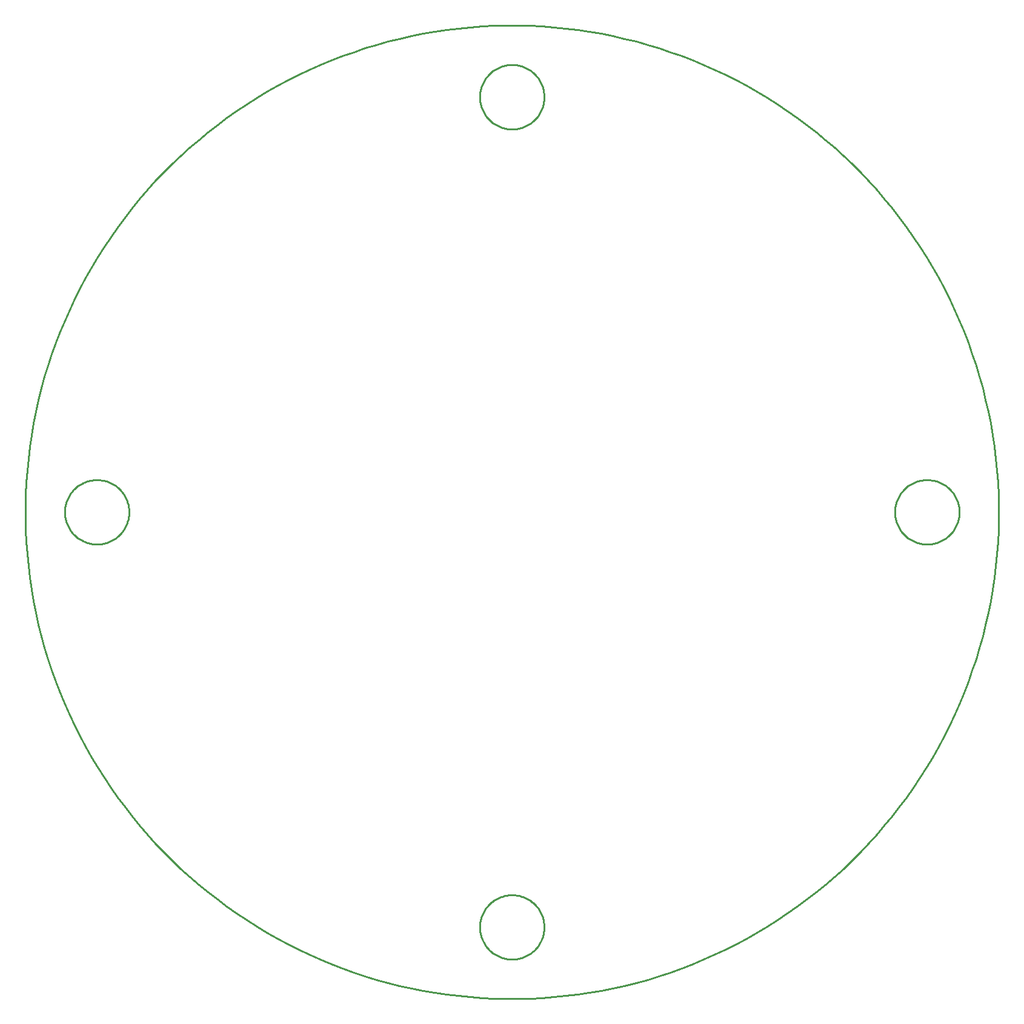
<source format=gbr>
G04 EAGLE Gerber RS-274X export*
G75*
%MOMM*%
%FSLAX34Y34*%
%LPD*%
%IN*%
%IPPOS*%
%AMOC8*
5,1,8,0,0,1.08239X$1,22.5*%
G01*
%ADD10C,0.254000*%


D10*
X680000Y-8345D02*
X680000Y8345D01*
X679590Y25031D01*
X678771Y41701D01*
X677544Y58347D01*
X675908Y74957D01*
X673865Y91522D01*
X671416Y108032D01*
X668562Y124477D01*
X665306Y140846D01*
X661649Y157131D01*
X657594Y173322D01*
X653142Y189408D01*
X648297Y205380D01*
X643061Y221228D01*
X637439Y236943D01*
X631432Y252515D01*
X625044Y267935D01*
X618281Y283193D01*
X611145Y298282D01*
X603640Y313190D01*
X595773Y327910D01*
X587546Y342432D01*
X578965Y356748D01*
X570036Y370849D01*
X560763Y384727D01*
X551152Y398373D01*
X541210Y411779D01*
X530941Y424936D01*
X520353Y437838D01*
X509451Y450477D01*
X498242Y462844D01*
X486734Y474932D01*
X474932Y486734D01*
X462844Y498242D01*
X450477Y509451D01*
X437838Y520353D01*
X424936Y530941D01*
X411779Y541210D01*
X398373Y551152D01*
X384727Y560763D01*
X370849Y570036D01*
X356748Y578965D01*
X342432Y587546D01*
X327910Y595773D01*
X313190Y603640D01*
X298282Y611145D01*
X283193Y618281D01*
X267935Y625044D01*
X252515Y631432D01*
X236943Y637439D01*
X221228Y643061D01*
X205380Y648297D01*
X189408Y653142D01*
X173322Y657594D01*
X157131Y661649D01*
X140846Y665306D01*
X124477Y668562D01*
X108032Y671416D01*
X91522Y673865D01*
X74957Y675908D01*
X58347Y677544D01*
X41701Y678771D01*
X25031Y679590D01*
X8345Y680000D01*
X-8345Y680000D01*
X-25031Y679590D01*
X-41701Y678771D01*
X-58347Y677544D01*
X-74957Y675908D01*
X-91522Y673865D01*
X-108032Y671416D01*
X-124477Y668562D01*
X-140846Y665306D01*
X-157131Y661649D01*
X-173322Y657594D01*
X-189408Y653142D01*
X-205380Y648297D01*
X-221228Y643061D01*
X-236943Y637439D01*
X-252515Y631432D01*
X-267935Y625044D01*
X-283193Y618281D01*
X-298282Y611145D01*
X-313190Y603640D01*
X-327910Y595773D01*
X-342432Y587546D01*
X-356748Y578965D01*
X-370849Y570036D01*
X-384727Y560763D01*
X-398373Y551152D01*
X-411779Y541210D01*
X-424936Y530941D01*
X-437838Y520353D01*
X-450477Y509451D01*
X-462844Y498242D01*
X-474932Y486734D01*
X-486734Y474932D01*
X-498242Y462844D01*
X-509451Y450477D01*
X-520353Y437838D01*
X-530941Y424936D01*
X-541210Y411779D01*
X-551152Y398373D01*
X-560763Y384727D01*
X-570036Y370849D01*
X-578965Y356748D01*
X-587546Y342432D01*
X-595773Y327910D01*
X-603640Y313190D01*
X-611145Y298282D01*
X-618281Y283193D01*
X-625044Y267935D01*
X-631432Y252515D01*
X-637439Y236943D01*
X-643061Y221228D01*
X-648297Y205380D01*
X-653142Y189408D01*
X-657594Y173322D01*
X-661649Y157131D01*
X-665306Y140846D01*
X-668562Y124477D01*
X-671416Y108032D01*
X-673865Y91522D01*
X-675908Y74957D01*
X-677544Y58347D01*
X-678771Y41701D01*
X-679590Y25031D01*
X-680000Y8345D01*
X-680000Y-8345D01*
X-679590Y-25031D01*
X-678771Y-41701D01*
X-677544Y-58347D01*
X-675908Y-74957D01*
X-673865Y-91522D01*
X-671416Y-108032D01*
X-668562Y-124477D01*
X-665306Y-140846D01*
X-661649Y-157131D01*
X-657594Y-173322D01*
X-653142Y-189408D01*
X-648297Y-205380D01*
X-643061Y-221228D01*
X-637439Y-236943D01*
X-631432Y-252515D01*
X-625044Y-267935D01*
X-618281Y-283193D01*
X-611145Y-298282D01*
X-603640Y-313190D01*
X-595773Y-327910D01*
X-587546Y-342432D01*
X-578965Y-356748D01*
X-570036Y-370849D01*
X-560763Y-384727D01*
X-551152Y-398373D01*
X-541210Y-411779D01*
X-530941Y-424936D01*
X-520353Y-437838D01*
X-509451Y-450477D01*
X-498242Y-462844D01*
X-486734Y-474932D01*
X-474932Y-486734D01*
X-462844Y-498242D01*
X-450477Y-509451D01*
X-437838Y-520353D01*
X-424936Y-530941D01*
X-411779Y-541210D01*
X-398373Y-551152D01*
X-384727Y-560763D01*
X-370849Y-570036D01*
X-356748Y-578965D01*
X-342432Y-587546D01*
X-327910Y-595773D01*
X-313190Y-603640D01*
X-298282Y-611145D01*
X-283193Y-618281D01*
X-267935Y-625044D01*
X-252515Y-631432D01*
X-236943Y-637439D01*
X-221228Y-643061D01*
X-205380Y-648297D01*
X-189408Y-653142D01*
X-173322Y-657594D01*
X-157131Y-661649D01*
X-140846Y-665306D01*
X-124477Y-668562D01*
X-108032Y-671416D01*
X-91522Y-673865D01*
X-74957Y-675908D01*
X-58347Y-677544D01*
X-41701Y-678771D01*
X-25031Y-679590D01*
X-8345Y-680000D01*
X8345Y-680000D01*
X25031Y-679590D01*
X41701Y-678771D01*
X58347Y-677544D01*
X74957Y-675908D01*
X91522Y-673865D01*
X108032Y-671416D01*
X124477Y-668562D01*
X140846Y-665306D01*
X157131Y-661649D01*
X173322Y-657594D01*
X189408Y-653142D01*
X205380Y-648297D01*
X221228Y-643061D01*
X236943Y-637439D01*
X252515Y-631432D01*
X267935Y-625044D01*
X283193Y-618281D01*
X298282Y-611145D01*
X313190Y-603640D01*
X327910Y-595773D01*
X342432Y-587546D01*
X356748Y-578965D01*
X370849Y-570036D01*
X384727Y-560763D01*
X398373Y-551152D01*
X411779Y-541210D01*
X424936Y-530941D01*
X437838Y-520353D01*
X450477Y-509451D01*
X462844Y-498242D01*
X474932Y-486734D01*
X486734Y-474932D01*
X498242Y-462844D01*
X509451Y-450477D01*
X520353Y-437838D01*
X530941Y-424936D01*
X541210Y-411779D01*
X551152Y-398373D01*
X560763Y-384727D01*
X570036Y-370849D01*
X578965Y-356748D01*
X587546Y-342432D01*
X595773Y-327910D01*
X603640Y-313190D01*
X611145Y-298282D01*
X618281Y-283193D01*
X625044Y-267935D01*
X631432Y-252515D01*
X637439Y-236943D01*
X643061Y-221228D01*
X648297Y-205380D01*
X653142Y-189408D01*
X657594Y-173322D01*
X661649Y-157131D01*
X665306Y-140846D01*
X668562Y-124477D01*
X671416Y-108032D01*
X673865Y-91522D01*
X675908Y-74957D01*
X677544Y-58347D01*
X678771Y-41701D01*
X679590Y-25031D01*
X680000Y-8345D01*
X625000Y-930D02*
X625000Y930D01*
X624923Y2789D01*
X624770Y4643D01*
X624539Y6489D01*
X624233Y8324D01*
X623851Y10145D01*
X623395Y11949D01*
X622864Y13732D01*
X622260Y15491D01*
X621583Y17224D01*
X620836Y18928D01*
X620019Y20600D01*
X619134Y22236D01*
X618181Y23834D01*
X617164Y25391D01*
X616083Y26906D01*
X614940Y28374D01*
X613738Y29793D01*
X612478Y31162D01*
X611162Y32478D01*
X609793Y33738D01*
X608374Y34940D01*
X606906Y36083D01*
X605391Y37164D01*
X603834Y38181D01*
X602236Y39134D01*
X600600Y40019D01*
X598928Y40836D01*
X597224Y41583D01*
X595491Y42260D01*
X593732Y42864D01*
X591949Y43395D01*
X590145Y43851D01*
X588324Y44233D01*
X586489Y44539D01*
X584643Y44770D01*
X582789Y44923D01*
X580930Y45000D01*
X579070Y45000D01*
X577211Y44923D01*
X575357Y44770D01*
X573511Y44539D01*
X571676Y44233D01*
X569855Y43851D01*
X568051Y43395D01*
X566268Y42864D01*
X564509Y42260D01*
X562776Y41583D01*
X561072Y40836D01*
X559400Y40019D01*
X557764Y39134D01*
X556166Y38181D01*
X554609Y37164D01*
X553095Y36083D01*
X551626Y34940D01*
X550207Y33738D01*
X548838Y32478D01*
X547522Y31162D01*
X546262Y29793D01*
X545060Y28374D01*
X543917Y26906D01*
X542836Y25391D01*
X541819Y23834D01*
X540866Y22236D01*
X539981Y20600D01*
X539164Y18928D01*
X538417Y17224D01*
X537740Y15491D01*
X537136Y13732D01*
X536605Y11949D01*
X536149Y10145D01*
X535767Y8324D01*
X535461Y6489D01*
X535231Y4643D01*
X535077Y2789D01*
X535000Y930D01*
X535000Y-930D01*
X535077Y-2789D01*
X535231Y-4643D01*
X535461Y-6489D01*
X535767Y-8324D01*
X536149Y-10145D01*
X536605Y-11949D01*
X537136Y-13732D01*
X537740Y-15491D01*
X538417Y-17224D01*
X539164Y-18928D01*
X539981Y-20600D01*
X540866Y-22236D01*
X541819Y-23834D01*
X542836Y-25391D01*
X543917Y-26906D01*
X545060Y-28374D01*
X546262Y-29793D01*
X547522Y-31162D01*
X548838Y-32478D01*
X550207Y-33738D01*
X551626Y-34940D01*
X553095Y-36083D01*
X554609Y-37164D01*
X556166Y-38181D01*
X557764Y-39134D01*
X559400Y-40019D01*
X561072Y-40836D01*
X562776Y-41583D01*
X564509Y-42260D01*
X566268Y-42864D01*
X568051Y-43395D01*
X569855Y-43851D01*
X571676Y-44233D01*
X573511Y-44539D01*
X575357Y-44770D01*
X577211Y-44923D01*
X579070Y-45000D01*
X580930Y-45000D01*
X582789Y-44923D01*
X584643Y-44770D01*
X586489Y-44539D01*
X588324Y-44233D01*
X590145Y-43851D01*
X591949Y-43395D01*
X593732Y-42864D01*
X595491Y-42260D01*
X597224Y-41583D01*
X598928Y-40836D01*
X600600Y-40019D01*
X602236Y-39134D01*
X603834Y-38181D01*
X605391Y-37164D01*
X606906Y-36083D01*
X608374Y-34940D01*
X609793Y-33738D01*
X611162Y-32478D01*
X612478Y-31162D01*
X613738Y-29793D01*
X614940Y-28374D01*
X616083Y-26906D01*
X617164Y-25391D01*
X618181Y-23834D01*
X619134Y-22236D01*
X620019Y-20600D01*
X620836Y-18928D01*
X621583Y-17224D01*
X622260Y-15491D01*
X622864Y-13732D01*
X623395Y-11949D01*
X623851Y-10145D01*
X624233Y-8324D01*
X624539Y-6489D01*
X624770Y-4643D01*
X624923Y-2789D01*
X625000Y-930D01*
X45000Y579070D02*
X45000Y580930D01*
X44923Y582789D01*
X44770Y584643D01*
X44539Y586489D01*
X44233Y588324D01*
X43851Y590145D01*
X43395Y591949D01*
X42864Y593732D01*
X42260Y595491D01*
X41583Y597224D01*
X40836Y598928D01*
X40019Y600600D01*
X39134Y602236D01*
X38181Y603834D01*
X37164Y605391D01*
X36083Y606906D01*
X34940Y608374D01*
X33738Y609793D01*
X32478Y611162D01*
X31162Y612478D01*
X29793Y613738D01*
X28374Y614940D01*
X26906Y616083D01*
X25391Y617164D01*
X23834Y618181D01*
X22236Y619134D01*
X20600Y620019D01*
X18928Y620836D01*
X17224Y621583D01*
X15491Y622260D01*
X13732Y622864D01*
X11949Y623395D01*
X10145Y623851D01*
X8324Y624233D01*
X6489Y624539D01*
X4643Y624770D01*
X2789Y624923D01*
X930Y625000D01*
X-930Y625000D01*
X-2789Y624923D01*
X-4643Y624770D01*
X-6489Y624539D01*
X-8324Y624233D01*
X-10145Y623851D01*
X-11949Y623395D01*
X-13732Y622864D01*
X-15491Y622260D01*
X-17224Y621583D01*
X-18928Y620836D01*
X-20600Y620019D01*
X-22236Y619134D01*
X-23834Y618181D01*
X-25391Y617164D01*
X-26906Y616083D01*
X-28374Y614940D01*
X-29793Y613738D01*
X-31162Y612478D01*
X-32478Y611162D01*
X-33738Y609793D01*
X-34940Y608374D01*
X-36083Y606906D01*
X-37164Y605391D01*
X-38181Y603834D01*
X-39134Y602236D01*
X-40019Y600600D01*
X-40836Y598928D01*
X-41583Y597224D01*
X-42260Y595491D01*
X-42864Y593732D01*
X-43395Y591949D01*
X-43851Y590145D01*
X-44233Y588324D01*
X-44539Y586489D01*
X-44770Y584643D01*
X-44923Y582789D01*
X-45000Y580930D01*
X-45000Y579070D01*
X-44923Y577211D01*
X-44770Y575357D01*
X-44539Y573511D01*
X-44233Y571676D01*
X-43851Y569855D01*
X-43395Y568051D01*
X-42864Y566268D01*
X-42260Y564509D01*
X-41583Y562776D01*
X-40836Y561072D01*
X-40019Y559400D01*
X-39134Y557764D01*
X-38181Y556166D01*
X-37164Y554609D01*
X-36083Y553095D01*
X-34940Y551626D01*
X-33738Y550207D01*
X-32478Y548838D01*
X-31162Y547522D01*
X-29793Y546262D01*
X-28374Y545060D01*
X-26906Y543917D01*
X-25391Y542836D01*
X-23834Y541819D01*
X-22236Y540866D01*
X-20600Y539981D01*
X-18928Y539164D01*
X-17224Y538417D01*
X-15491Y537740D01*
X-13732Y537136D01*
X-11949Y536605D01*
X-10145Y536149D01*
X-8324Y535767D01*
X-6489Y535461D01*
X-4643Y535231D01*
X-2789Y535077D01*
X-930Y535000D01*
X930Y535000D01*
X2789Y535077D01*
X4643Y535231D01*
X6489Y535461D01*
X8324Y535767D01*
X10145Y536149D01*
X11949Y536605D01*
X13732Y537136D01*
X15491Y537740D01*
X17224Y538417D01*
X18928Y539164D01*
X20600Y539981D01*
X22236Y540866D01*
X23834Y541819D01*
X25391Y542836D01*
X26906Y543917D01*
X28374Y545060D01*
X29793Y546262D01*
X31162Y547522D01*
X32478Y548838D01*
X33738Y550207D01*
X34940Y551626D01*
X36083Y553095D01*
X37164Y554609D01*
X38181Y556166D01*
X39134Y557764D01*
X40019Y559400D01*
X40836Y561072D01*
X41583Y562776D01*
X42260Y564509D01*
X42864Y566268D01*
X43395Y568051D01*
X43851Y569855D01*
X44233Y571676D01*
X44539Y573511D01*
X44770Y575357D01*
X44923Y577211D01*
X45000Y579070D01*
X-535000Y-930D02*
X-535000Y930D01*
X-535077Y2789D01*
X-535231Y4643D01*
X-535461Y6489D01*
X-535767Y8324D01*
X-536149Y10145D01*
X-536605Y11949D01*
X-537136Y13732D01*
X-537740Y15491D01*
X-538417Y17224D01*
X-539164Y18928D01*
X-539981Y20600D01*
X-540866Y22236D01*
X-541819Y23834D01*
X-542836Y25391D01*
X-543917Y26906D01*
X-545060Y28374D01*
X-546262Y29793D01*
X-547522Y31162D01*
X-548838Y32478D01*
X-550207Y33738D01*
X-551626Y34940D01*
X-553095Y36083D01*
X-554609Y37164D01*
X-556166Y38181D01*
X-557764Y39134D01*
X-559400Y40019D01*
X-561072Y40836D01*
X-562776Y41583D01*
X-564509Y42260D01*
X-566268Y42864D01*
X-568051Y43395D01*
X-569855Y43851D01*
X-571676Y44233D01*
X-573511Y44539D01*
X-575357Y44770D01*
X-577211Y44923D01*
X-579070Y45000D01*
X-580930Y45000D01*
X-582789Y44923D01*
X-584643Y44770D01*
X-586489Y44539D01*
X-588324Y44233D01*
X-590145Y43851D01*
X-591949Y43395D01*
X-593732Y42864D01*
X-595491Y42260D01*
X-597224Y41583D01*
X-598928Y40836D01*
X-600600Y40019D01*
X-602236Y39134D01*
X-603834Y38181D01*
X-605391Y37164D01*
X-606906Y36083D01*
X-608374Y34940D01*
X-609793Y33738D01*
X-611162Y32478D01*
X-612478Y31162D01*
X-613738Y29793D01*
X-614940Y28374D01*
X-616083Y26906D01*
X-617164Y25391D01*
X-618181Y23834D01*
X-619134Y22236D01*
X-620019Y20600D01*
X-620836Y18928D01*
X-621583Y17224D01*
X-622260Y15491D01*
X-622864Y13732D01*
X-623395Y11949D01*
X-623851Y10145D01*
X-624233Y8324D01*
X-624539Y6489D01*
X-624770Y4643D01*
X-624923Y2789D01*
X-625000Y930D01*
X-625000Y-930D01*
X-624923Y-2789D01*
X-624770Y-4643D01*
X-624539Y-6489D01*
X-624233Y-8324D01*
X-623851Y-10145D01*
X-623395Y-11949D01*
X-622864Y-13732D01*
X-622260Y-15491D01*
X-621583Y-17224D01*
X-620836Y-18928D01*
X-620019Y-20600D01*
X-619134Y-22236D01*
X-618181Y-23834D01*
X-617164Y-25391D01*
X-616083Y-26906D01*
X-614940Y-28374D01*
X-613738Y-29793D01*
X-612478Y-31162D01*
X-611162Y-32478D01*
X-609793Y-33738D01*
X-608374Y-34940D01*
X-606906Y-36083D01*
X-605391Y-37164D01*
X-603834Y-38181D01*
X-602236Y-39134D01*
X-600600Y-40019D01*
X-598928Y-40836D01*
X-597224Y-41583D01*
X-595491Y-42260D01*
X-593732Y-42864D01*
X-591949Y-43395D01*
X-590145Y-43851D01*
X-588324Y-44233D01*
X-586489Y-44539D01*
X-584643Y-44770D01*
X-582789Y-44923D01*
X-580930Y-45000D01*
X-579070Y-45000D01*
X-577211Y-44923D01*
X-575357Y-44770D01*
X-573511Y-44539D01*
X-571676Y-44233D01*
X-569855Y-43851D01*
X-568051Y-43395D01*
X-566268Y-42864D01*
X-564509Y-42260D01*
X-562776Y-41583D01*
X-561072Y-40836D01*
X-559400Y-40019D01*
X-557764Y-39134D01*
X-556166Y-38181D01*
X-554609Y-37164D01*
X-553095Y-36083D01*
X-551626Y-34940D01*
X-550207Y-33738D01*
X-548838Y-32478D01*
X-547522Y-31162D01*
X-546262Y-29793D01*
X-545060Y-28374D01*
X-543917Y-26906D01*
X-542836Y-25391D01*
X-541819Y-23834D01*
X-540866Y-22236D01*
X-539981Y-20600D01*
X-539164Y-18928D01*
X-538417Y-17224D01*
X-537740Y-15491D01*
X-537136Y-13732D01*
X-536605Y-11949D01*
X-536149Y-10145D01*
X-535767Y-8324D01*
X-535461Y-6489D01*
X-535231Y-4643D01*
X-535077Y-2789D01*
X-535000Y-930D01*
X45000Y-580930D02*
X45000Y-579070D01*
X44923Y-577211D01*
X44770Y-575357D01*
X44539Y-573511D01*
X44233Y-571676D01*
X43851Y-569855D01*
X43395Y-568051D01*
X42864Y-566268D01*
X42260Y-564509D01*
X41583Y-562776D01*
X40836Y-561072D01*
X40019Y-559400D01*
X39134Y-557764D01*
X38181Y-556166D01*
X37164Y-554609D01*
X36083Y-553095D01*
X34940Y-551626D01*
X33738Y-550207D01*
X32478Y-548838D01*
X31162Y-547522D01*
X29793Y-546262D01*
X28374Y-545060D01*
X26906Y-543917D01*
X25391Y-542836D01*
X23834Y-541819D01*
X22236Y-540866D01*
X20600Y-539981D01*
X18928Y-539164D01*
X17224Y-538417D01*
X15491Y-537740D01*
X13732Y-537136D01*
X11949Y-536605D01*
X10145Y-536149D01*
X8324Y-535767D01*
X6489Y-535461D01*
X4643Y-535231D01*
X2789Y-535077D01*
X930Y-535000D01*
X-930Y-535000D01*
X-2789Y-535077D01*
X-4643Y-535231D01*
X-6489Y-535461D01*
X-8324Y-535767D01*
X-10145Y-536149D01*
X-11949Y-536605D01*
X-13732Y-537136D01*
X-15491Y-537740D01*
X-17224Y-538417D01*
X-18928Y-539164D01*
X-20600Y-539981D01*
X-22236Y-540866D01*
X-23834Y-541819D01*
X-25391Y-542836D01*
X-26906Y-543917D01*
X-28374Y-545060D01*
X-29793Y-546262D01*
X-31162Y-547522D01*
X-32478Y-548838D01*
X-33738Y-550207D01*
X-34940Y-551626D01*
X-36083Y-553095D01*
X-37164Y-554609D01*
X-38181Y-556166D01*
X-39134Y-557764D01*
X-40019Y-559400D01*
X-40836Y-561072D01*
X-41583Y-562776D01*
X-42260Y-564509D01*
X-42864Y-566268D01*
X-43395Y-568051D01*
X-43851Y-569855D01*
X-44233Y-571676D01*
X-44539Y-573511D01*
X-44770Y-575357D01*
X-44923Y-577211D01*
X-45000Y-579070D01*
X-45000Y-580930D01*
X-44923Y-582789D01*
X-44770Y-584643D01*
X-44539Y-586489D01*
X-44233Y-588324D01*
X-43851Y-590145D01*
X-43395Y-591949D01*
X-42864Y-593732D01*
X-42260Y-595491D01*
X-41583Y-597224D01*
X-40836Y-598928D01*
X-40019Y-600600D01*
X-39134Y-602236D01*
X-38181Y-603834D01*
X-37164Y-605391D01*
X-36083Y-606906D01*
X-34940Y-608374D01*
X-33738Y-609793D01*
X-32478Y-611162D01*
X-31162Y-612478D01*
X-29793Y-613738D01*
X-28374Y-614940D01*
X-26906Y-616083D01*
X-25391Y-617164D01*
X-23834Y-618181D01*
X-22236Y-619134D01*
X-20600Y-620019D01*
X-18928Y-620836D01*
X-17224Y-621583D01*
X-15491Y-622260D01*
X-13732Y-622864D01*
X-11949Y-623395D01*
X-10145Y-623851D01*
X-8324Y-624233D01*
X-6489Y-624539D01*
X-4643Y-624770D01*
X-2789Y-624923D01*
X-930Y-625000D01*
X930Y-625000D01*
X2789Y-624923D01*
X4643Y-624770D01*
X6489Y-624539D01*
X8324Y-624233D01*
X10145Y-623851D01*
X11949Y-623395D01*
X13732Y-622864D01*
X15491Y-622260D01*
X17224Y-621583D01*
X18928Y-620836D01*
X20600Y-620019D01*
X22236Y-619134D01*
X23834Y-618181D01*
X25391Y-617164D01*
X26906Y-616083D01*
X28374Y-614940D01*
X29793Y-613738D01*
X31162Y-612478D01*
X32478Y-611162D01*
X33738Y-609793D01*
X34940Y-608374D01*
X36083Y-606906D01*
X37164Y-605391D01*
X38181Y-603834D01*
X39134Y-602236D01*
X40019Y-600600D01*
X40836Y-598928D01*
X41583Y-597224D01*
X42260Y-595491D01*
X42864Y-593732D01*
X43395Y-591949D01*
X43851Y-590145D01*
X44233Y-588324D01*
X44539Y-586489D01*
X44770Y-584643D01*
X44923Y-582789D01*
X45000Y-580930D01*
M02*

</source>
